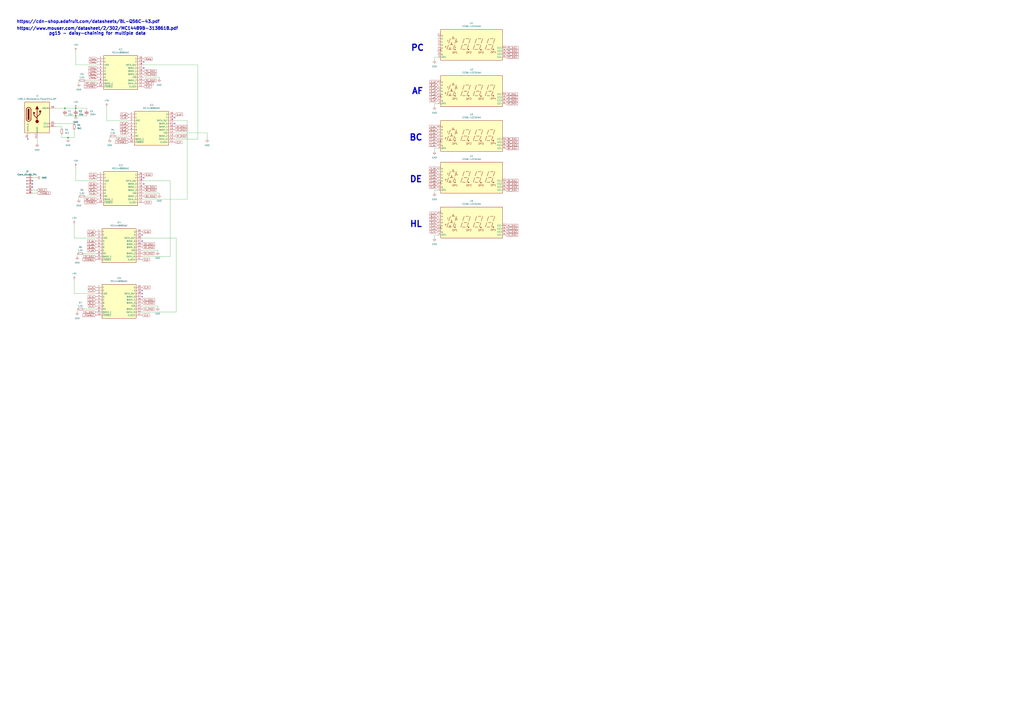
<source format=kicad_sch>
(kicad_sch (version 20231120) (generator "eeschema") (generator_version "8.0")
  (paper "A1")
  (lib_symbols
    (symbol "Connector:Conn_01x06_Pin" (pin_names (offset 1.016) hide)
      (property "Reference" "J" (at 0 7.62 0))
      (property "Value" "Conn_01x06_Pin" (at 0 -10.16 0))
      (symbol "Conn_01x06_Pin_1_1"
        (polyline (pts (xy 1.27 -7.62) (xy 0.8636 -7.62)) (stroke (width 0.1524)))
        (polyline (pts (xy 1.27 -5.08) (xy 0.8636 -5.08)) (stroke (width 0.1524)))
        (polyline (pts (xy 1.27 -2.54) (xy 0.8636 -2.54)) (stroke (width 0.1524)))
        (polyline (pts (xy 1.27 0) (xy 0.8636 0)) (stroke (width 0.1524)))
        (polyline (pts (xy 1.27 2.54) (xy 0.8636 2.54)) (stroke (width 0.1524)))
        (polyline (pts (xy 1.27 5.08) (xy 0.8636 5.08)) (stroke (width 0.1524)))
        (rectangle (start 0.8636 -7.493) (end 0 -7.747) (stroke (width 0.1524)) (fill (type outline)))
        (rectangle (start 0.8636 -4.953) (end 0 -5.207) (stroke (width 0.1524)) (fill (type outline)))
        (rectangle (start 0.8636 -2.413) (end 0 -2.667) (stroke (width 0.1524)) (fill (type outline)))
        (rectangle (start 0.8636 0.127) (end 0 -0.127) (stroke (width 0.1524)) (fill (type outline)))
        (rectangle (start 0.8636 2.667) (end 0 2.413) (stroke (width 0.1524)) (fill (type outline)))
        (rectangle (start 0.8636 5.207) (end 0 4.953) (stroke (width 0.1524)) (fill (type outline)))
        (pin passive line (at 5.08 5.08 180) (length 3.81) (name "Pin_1") (number "1"))
        (pin passive line (at 5.08 2.54 180) (length 3.81) (name "Pin_2") (number "2"))
        (pin passive line (at 5.08 0 180) (length 3.81) (name "Pin_3") (number "3"))
        (pin passive line (at 5.08 -2.54 180) (length 3.81) (name "Pin_4") (number "4"))
        (pin passive line (at 5.08 -5.08 180) (length 3.81) (name "Pin_5") (number "5"))
        (pin passive line (at 5.08 -7.62 180) (length 3.81) (name "Pin_6") (number "6"))
      )
    )
    (symbol "Connector:USB_C_Receptacle_PowerOnly_6P" (pin_names (offset 1.016))
      (property "Reference" "J" (at 0 16.51 0))
      (property "Value" "USB_C_Receptacle_PowerOnly_6P" (at 0 13.97 0))
      (symbol "USB_C_Receptacle_PowerOnly_6P_0_0"
        (rectangle (start -0.254 -12.7) (end 0.254 -11.684))
        (rectangle (start 10.16 -7.366) (end 9.144 -7.874))
        (rectangle (start 10.16 -4.826) (end 9.144 -5.334))
        (rectangle (start 10.16 7.874) (end 9.144 7.366))
      )
      (symbol "USB_C_Receptacle_PowerOnly_6P_0_1"
        (rectangle (start -10.16 12.7) (end 10.16 -12.7) (stroke (width 0.254)) (fill (type background)))
        (arc (start -8.89 -1.27) (mid -6.985 -3.1667) (end -5.08 -1.27) (stroke (width 0.508)))
        (arc (start -7.62 -1.27) (mid -6.985 -1.9023) (end -6.35 -1.27) (stroke (width 0.254)))
        (arc (start -7.62 -1.27) (mid -6.985 -1.9023) (end -6.35 -1.27) (stroke (width 0.254)) (fill (type outline)))
        (rectangle (start -7.62 -1.27) (end -6.35 6.35) (stroke (width 0.254)) (fill (type outline)))
        (arc (start -6.35 6.35) (mid -6.985 6.9823) (end -7.62 6.35) (stroke (width 0.254)))
        (arc (start -6.35 6.35) (mid -6.985 6.9823) (end -7.62 6.35) (stroke (width 0.254)) (fill (type outline)))
        (arc (start -5.08 6.35) (mid -6.985 8.2467) (end -8.89 6.35) (stroke (width 0.508)))
        (circle (center -2.54 3.683) (radius 0.635) (stroke (width 0.254)) (fill (type outline)))
        (circle (center 0 -3.302) (radius 1.27) (fill (type outline)))
        (polyline (pts (xy -8.89 -1.27) (xy -8.89 6.35)) (stroke (width 0.508)))
        (polyline (pts (xy -5.08 6.35) (xy -5.08 -1.27)) (stroke (width 0.508)))
        (polyline (pts (xy 0 -3.302) (xy 0 6.858)) (stroke (width 0.508)))
        (polyline (pts (xy 0 -0.762) (xy -2.54 1.778) (xy -2.54 3.048)) (stroke (width 0.508)))
        (polyline (pts (xy 0 0.508) (xy 2.54 3.048) (xy 2.54 4.318)) (stroke (width 0.508)))
        (polyline (pts (xy -1.27 6.858) (xy 0 9.398) (xy 1.27 6.858) (xy -1.27 6.858)) (stroke (width 0.254)) (fill (type outline)))
        (rectangle (start 1.905 4.318) (end 3.175 5.588) (stroke (width 0.254)) (fill (type outline)))
      )
      (symbol "USB_C_Receptacle_PowerOnly_6P_1_1"
        (pin passive line (at 0 -17.78 90) (length 5.08) (name "GND") (number "A12"))
        (pin bidirectional line (at 15.24 -5.08 180) (length 5.08) (name "CC1") (number "A5"))
        (pin passive line (at 15.24 7.62 180) (length 5.08) (name "VBUS") (number "A9"))
        (pin passive line (at 0 -17.78 90) (length 5.08) hide (name "GND") (number "B12"))
        (pin bidirectional line (at 15.24 -7.62 180) (length 5.08) (name "CC2") (number "B5"))
        (pin passive line (at 15.24 7.62 180) (length 5.08) hide (name "VBUS") (number "B9"))
        (pin passive line (at -7.62 -17.78 90) (length 5.08) (name "SHIELD") (number "S1"))
      )
    )
    (symbol "Device:C_Small" (pin_numbers hide) (pin_names (offset 0.254) hide)
      (property "Reference" "C" (at 0.254 1.778 0))
      (property "Value" "C_Small" (at 0.254 -2.032 0))
      (symbol "C_Small_0_1"
        (polyline (pts (xy -1.524 -0.508) (xy 1.524 -0.508)) (stroke (width 0.3302)))
        (polyline (pts (xy -1.524 0.508) (xy 1.524 0.508)) (stroke (width 0.3048)))
      )
      (symbol "C_Small_1_1"
        (pin passive line (at 0 2.54 270) (length 2.032) (name "~") (number "1"))
        (pin passive line (at 0 -2.54 90) (length 2.032) (name "~") (number "2"))
      )
    )
    (symbol "Device:R_Small" (pin_numbers hide) (pin_names (offset 0.254) hide)
      (property "Reference" "R" (at 0.762 0.508 0))
      (property "Value" "R_Small" (at 0.762 -1.016 0))
      (symbol "R_Small_0_1"
        (rectangle (start -0.762 1.778) (end 0.762 -1.778) (stroke (width 0.2032)))
      )
      (symbol "R_Small_1_1"
        (pin passive line (at 0 2.54 270) (length 0.762) (name "~") (number "1"))
        (pin passive line (at 0 -2.54 90) (length 0.762) (name "~") (number "2"))
      )
    )
    (symbol "Display_Character:CC56-12CGKWA"
      (property "Reference" "U" (at -24.13 13.97 0))
      (property "Value" "CC56-12CGKWA" (at 17.78 13.97 0))
      (symbol "CC56-12CGKWA_0_0"
        (rectangle (start -25.4 12.7) (end 25.4 -12.7) (stroke (width 0.254)) (fill (type background)))
        (polyline (pts (xy -20.32 -3.81) (xy -19.05 0)) (stroke (width 0.254)))
        (polyline (pts (xy -19.05 -3.81) (xy -16.51 -3.81)) (stroke (width 0.254)))
        (polyline (pts (xy -18.796 1.27) (xy -17.526 5.08)) (stroke (width 0.254)))
        (polyline (pts (xy -17.78 0) (xy -15.24 0)) (stroke (width 0.254)))
        (polyline (pts (xy -16.256 5.08) (xy -13.716 5.08)) (stroke (width 0.254)))
        (polyline (pts (xy -15.24 -3.81) (xy -13.97 0)) (stroke (width 0.254)))
        (polyline (pts (xy -13.716 1.27) (xy -12.446 5.08)) (stroke (width 0.254)))
        (polyline (pts (xy -8.89 -3.81) (xy -7.62 0)) (stroke (width 0.254)))
        (polyline (pts (xy -7.62 -3.81) (xy -5.08 -3.81)) (stroke (width 0.254)))
        (polyline (pts (xy -7.366 1.27) (xy -6.096 5.08)) (stroke (width 0.254)))
        (polyline (pts (xy -6.35 0) (xy -3.81 0)) (stroke (width 0.254)))
        (polyline (pts (xy -4.826 5.08) (xy -2.286 5.08)) (stroke (width 0.254)))
        (polyline (pts (xy -3.81 -3.81) (xy -2.54 0)) (stroke (width 0.254)))
        (polyline (pts (xy -2.286 1.27) (xy -1.016 5.08)) (stroke (width 0.254)))
        (polyline (pts (xy 1.27 -3.81) (xy 2.54 0)) (stroke (width 0.254)))
        (polyline (pts (xy 2.54 -3.81) (xy 5.08 -3.81)) (stroke (width 0.254)))
        (polyline (pts (xy 2.794 1.27) (xy 4.064 5.08)) (stroke (width 0.254)))
        (polyline (pts (xy 3.81 0) (xy 6.35 0)) (stroke (width 0.254)))
        (polyline (pts (xy 5.334 5.08) (xy 7.874 5.08)) (stroke (width 0.254)))
        (polyline (pts (xy 6.35 -3.81) (xy 7.62 0)) (stroke (width 0.254)))
        (polyline (pts (xy 7.874 1.27) (xy 9.144 5.08)) (stroke (width 0.254)))
        (polyline (pts (xy 11.176 -3.81) (xy 12.446 0)) (stroke (width 0.254)))
        (polyline (pts (xy 12.446 -3.81) (xy 14.986 -3.81)) (stroke (width 0.254)))
        (polyline (pts (xy 12.7 1.27) (xy 13.97 5.08)) (stroke (width 0.254)))
        (polyline (pts (xy 13.716 0) (xy 16.256 0)) (stroke (width 0.254)))
        (polyline (pts (xy 15.24 5.08) (xy 17.78 5.08)) (stroke (width 0.254)))
        (polyline (pts (xy 16.256 -3.81) (xy 17.526 0)) (stroke (width 0.254)))
        (polyline (pts (xy 17.78 1.27) (xy 19.05 5.08)) (stroke (width 0.254)))
        (text "a" (at -15.24 6.35 0) (effects (font (size 1.524 1.524))))
        (text "b" (at -12.192 2.794 0) (effects (font (size 1.524 1.524))))
        (text "c" (at -13.208 -1.778 0) (effects (font (size 1.524 1.524))))
        (text "d" (at -17.78 -2.794 0) (effects (font (size 1.524 1.524))))
        (text "DP1" (at -13.716 -6.35 0) (effects (font (size 1.524 1.524))))
        (text "DP2" (at -2.286 -6.35 0) (effects (font (size 1.524 1.524))))
        (text "DP3" (at 7.62 -6.35 0) (effects (font (size 1.524 1.524))))
        (text "DP4" (at 17.78 -6.096 0) (effects (font (size 1.524 1.524))))
        (text "e" (at -21.336 -1.524 0) (effects (font (size 1.524 1.524))))
        (text "f" (at -19.558 3.048 0) (effects (font (size 1.524 1.524))))
        (text "g" (at -16.51 1.524 0) (effects (font (size 1.524 1.524))))
      )
      (symbol "CC56-12CGKWA_0_1"
        (circle (center -13.716 -3.81) (radius 0.3556) (stroke (width 0.254)) (fill (type outline)))
        (circle (center -2.54 -3.81) (radius 0.3556) (stroke (width 0.254)) (fill (type outline)))
      )
      (symbol "CC56-12CGKWA_1_0"
        (circle (center 7.62 -4.064) (radius 0.3556) (stroke (width 0.254)) (fill (type outline)))
        (circle (center 17.78 -3.81) (radius 0.3556) (stroke (width 0.254)) (fill (type outline)))
      )
      (symbol "CC56-12CGKWA_1_1"
        (pin input line (at -27.94 -2.54 0) (length 2.54) (name "e") (number "1"))
        (pin input line (at -27.94 -5.08 0) (length 2.54) (name "f") (number "10"))
        (pin input line (at -27.94 7.62 0) (length 2.54) (name "a") (number "11"))
        (pin input line (at 27.94 -2.54 180) (length 2.54) (name "CC1") (number "12"))
        (pin input line (at -27.94 0 0) (length 2.54) (name "d") (number "2"))
        (pin input line (at -27.94 -10.16 0) (length 2.54) (name "DPX") (number "3"))
        (pin input line (at -27.94 2.54 0) (length 2.54) (name "c") (number "4"))
        (pin input line (at -27.94 -7.62 0) (length 2.54) (name "g") (number "5"))
        (pin input line (at 27.94 -10.16 180) (length 2.54) (name "CC4") (number "6"))
        (pin input line (at -27.94 5.08 0) (length 2.54) (name "b") (number "7"))
        (pin input line (at 27.94 -7.62 180) (length 2.54) (name "CC3") (number "8"))
        (pin input line (at 27.94 -5.08 180) (length 2.54) (name "CC2") (number "9"))
      )
    )
    (symbol "MC14489BDWE:MC14489BDWE"
      (property "Reference" "IC" (at 34.29 7.62 0))
      (property "Value" "MC14489BDWE" (at 34.29 5.08 0))
      (symbol "MC14489BDWE_1_1"
        (rectangle (start 5.08 2.54) (end 33.02 -25.4) (stroke (width 0.254)) (fill (type background)))
        (pin passive line (at 0 0 0) (length 5.08) (name "F") (number "1"))
        (pin passive line (at 0 -22.86 0) (length 5.08) (name "~{ENABLE}") (number "10"))
        (pin passive line (at 38.1 -22.86 180) (length 5.08) (name "CLOCK") (number "11"))
        (pin passive line (at 38.1 -20.32 180) (length 5.08) (name "DATA_IN") (number "12"))
        (pin passive line (at 38.1 -17.78 180) (length 5.08) (name "BANK_2") (number "13"))
        (pin passive line (at 38.1 -15.24 180) (length 5.08) (name "VSS") (number "14"))
        (pin passive line (at 38.1 -12.7 180) (length 5.08) (name "BANK_3") (number "15"))
        (pin passive line (at 38.1 -10.16 180) (length 5.08) (name "BANK_4") (number "16"))
        (pin passive line (at 38.1 -7.62 180) (length 5.08) (name "BANK_5") (number "17"))
        (pin passive line (at 38.1 -5.08 180) (length 5.08) (name "DATA_OUT") (number "18"))
        (pin passive line (at 38.1 -2.54 180) (length 5.08) (name "H") (number "19"))
        (pin passive line (at 0 -2.54 0) (length 5.08) (name "E") (number "2"))
        (pin passive line (at 38.1 0 180) (length 5.08) (name "G") (number "20"))
        (pin passive line (at 0 -5.08 0) (length 5.08) (name "VDD") (number "3"))
        (pin passive line (at 0 -7.62 0) (length 5.08) (name "D") (number "4"))
        (pin passive line (at 0 -10.16 0) (length 5.08) (name "C") (number "5"))
        (pin passive line (at 0 -12.7 0) (length 5.08) (name "B") (number "6"))
        (pin passive line (at 0 -15.24 0) (length 5.08) (name "A") (number "7"))
        (pin passive line (at 0 -17.78 0) (length 5.08) (name "RX") (number "8"))
        (pin passive line (at 0 -20.32 0) (length 5.08) (name "BANK_1") (number "9"))
      )
    )
    (symbol "power:+5V" (power) (pin_numbers hide) (pin_names (offset 0) hide)
      (property "Value" "+5V" (at 0 3.556 0))
      (symbol "+5V_0_1"
        (polyline (pts (xy -0.762 1.27) (xy 0 2.54)))
        (polyline (pts (xy 0 0) (xy 0 2.54)))
        (polyline (pts (xy 0 2.54) (xy 0.762 1.27)))
      )
      (symbol "+5V_1_1"
        (pin power_in line (at 0 0 90) (length 0) (name "~") (number "1"))
      )
    )
    (symbol "power:GND" (power) (pin_numbers hide) (pin_names (offset 0) hide)
      (property "Value" "GND" (at 0 -3.81 0))
      (symbol "GND_0_1"
        (polyline (pts (xy 0 0) (xy 0 -1.27) (xy 1.27 -1.27) (xy 0 -2.54) (xy -1.27 -1.27) (xy 0 -1.27)))
      )
      (symbol "GND_1_1"
        (pin power_in line (at 0 0 270) (length 0) (name "~") (number "1"))
      )
    )
  )
  (junction (at 62.23 95.25))
  (junction (at 62.23 88.9))
  (junction (at 55.88 113.03))
  (junction (at 53.34 88.9))
  (no_connect (at 143.51 96.52))
  (no_connect (at 143.51 101.6))
  (no_connect (at 118.11 151.13))
  (no_connect (at 118.11 146.05))
  (no_connect (at 116.84 238.76))
  (no_connect (at 116.84 193.04))
  (no_connect (at 26.67 151.13))
  (no_connect (at 116.84 241.3))
  (no_connect (at 22.86 114.3))
  (no_connect (at 26.67 153.67))
  (no_connect (at 26.67 148.59))
  (no_connect (at 118.11 50.8))
  (no_connect (at 118.11 55.88))
  (no_connect (at 116.84 243.84))
  (no_connect (at 116.84 198.12))
  (wire (pts (xy 64.77 66.04) (xy 64.77 68.58)))
  (wire (pts (xy 129.54 205.74) (xy 129.54 207.01)))
  (wire (pts (xy 60.96 241.3) (xy 78.74 241.3)))
  (wire (pts (xy 356.87 195.58) (xy 356.87 193.04)))
  (wire (pts (xy 356.87 124.46) (xy 356.87 121.92)))
  (wire (pts (xy 87.63 99.06) (xy 105.41 99.06)))
  (wire (pts (xy 50.8 110.49) (xy 50.8 113.03)))
  (wire (pts (xy 139.7 210.82) (xy 116.84 210.82)))
  (wire (pts (xy 356.87 158.75) (xy 356.87 156.21)))
  (wire (pts (xy 130.81 158.75) (xy 130.81 160.02)))
  (wire (pts (xy 26.67 146.05) (xy 30.48 146.05)))
  (wire (pts (xy 64.77 161.29) (xy 64.77 163.83)))
  (wire (pts (xy 144.78 256.54) (xy 116.84 256.54)))
  (wire (pts (xy 26.67 158.75) (xy 30.48 158.75)))
  (wire (pts (xy 45.72 88.9) (xy 53.34 88.9)))
  (wire (pts (xy 129.54 251.46) (xy 129.54 252.73)))
  (wire (pts (xy 63.5 208.28) (xy 63.5 210.82)))
  (wire (pts (xy 62.23 95.25) (xy 71.12 95.25)))
  (wire (pts (xy 162.56 114.3) (xy 143.51 114.3)))
  (wire (pts (xy 116.84 205.74) (xy 129.54 205.74)))
  (wire (pts (xy 45.72 104.14) (xy 50.8 104.14)))
  (wire (pts (xy 356.87 46.99) (xy 359.41 46.99)))
  (wire (pts (xy 153.67 99.06) (xy 153.67 163.83)))
  (wire (pts (xy 356.87 49.53) (xy 356.87 46.99)))
  (wire (pts (xy 143.51 99.06) (xy 153.67 99.06)))
  (wire (pts (xy 50.8 104.14) (xy 50.8 105.41)))
  (wire (pts (xy 60.96 195.58) (xy 78.74 195.58)))
  (wire (pts (xy 356.87 121.92) (xy 359.41 121.92)))
  (wire (pts (xy 69.85 66.04) (xy 80.01 66.04)))
  (wire (pts (xy 116.84 251.46) (xy 129.54 251.46)))
  (wire (pts (xy 118.11 63.5) (xy 130.81 63.5)))
  (wire (pts (xy 62.23 88.9) (xy 71.12 88.9)))
  (wire (pts (xy 116.84 195.58) (xy 144.78 195.58)))
  (wire (pts (xy 68.58 208.28) (xy 78.74 208.28)))
  (wire (pts (xy 45.72 101.6) (xy 60.96 101.6)))
  (wire (pts (xy 53.34 88.9) (xy 62.23 88.9)))
  (wire (pts (xy 153.67 163.83) (xy 118.11 163.83)))
  (wire (pts (xy 55.88 113.03) (xy 55.88 114.3)))
  (wire (pts (xy 170.18 109.22) (xy 170.18 114.3)))
  (wire (pts (xy 60.96 229.87) (xy 60.96 241.3)))
  (wire (pts (xy 62.23 148.59) (xy 80.01 148.59)))
  (wire (pts (xy 50.8 113.03) (xy 55.88 113.03)))
  (wire (pts (xy 55.88 113.03) (xy 60.96 113.03)))
  (wire (pts (xy 62.23 41.91) (xy 62.23 53.34)))
  (wire (pts (xy 118.11 158.75) (xy 130.81 158.75)))
  (wire (pts (xy 30.48 114.3) (xy 30.48 118.11)))
  (wire (pts (xy 53.34 88.9) (xy 53.34 90.17)))
  (wire (pts (xy 356.87 156.21) (xy 359.41 156.21)))
  (wire (pts (xy 62.23 53.34) (xy 80.01 53.34)))
  (wire (pts (xy 71.12 88.9) (xy 71.12 90.17)))
  (wire (pts (xy 68.58 254) (xy 78.74 254)))
  (wire (pts (xy 60.96 106.68) (xy 60.96 113.03)))
  (wire (pts (xy 143.51 109.22) (xy 170.18 109.22)))
  (wire (pts (xy 139.7 148.59) (xy 139.7 210.82)))
  (wire (pts (xy 118.11 53.34) (xy 162.56 53.34)))
  (wire (pts (xy 356.87 193.04) (xy 359.41 193.04)))
  (wire (pts (xy 87.63 87.63) (xy 87.63 99.06)))
  (wire (pts (xy 69.85 161.29) (xy 80.01 161.29)))
  (wire (pts (xy 60.96 184.15) (xy 60.96 195.58)))
  (wire (pts (xy 95.25 111.76) (xy 105.41 111.76)))
  (wire (pts (xy 62.23 88.9) (xy 62.23 90.17)))
  (wire (pts (xy 356.87 85.09) (xy 359.41 85.09)))
  (wire (pts (xy 144.78 195.58) (xy 144.78 256.54)))
  (wire (pts (xy 356.87 87.63) (xy 356.87 85.09)))
  (wire (pts (xy 118.11 148.59) (xy 139.7 148.59)))
  (wire (pts (xy 62.23 137.16) (xy 62.23 148.59)))
  (wire (pts (xy 130.81 63.5) (xy 130.81 64.77)))
  (wire (pts (xy 90.17 111.76) (xy 90.17 114.3)))
  (wire (pts (xy 162.56 53.34) (xy 162.56 114.3)))
  (wire (pts (xy 63.5 254) (xy 63.5 256.54)))
  (wire (pts (xy 53.34 95.25) (xy 62.23 95.25)))
  (wire (pts (xy 26.67 156.21) (xy 30.48 156.21)))
  (text "https://www.mouser.com/datasheet/2/302/MC14489B-3138618.pdf\npg15 - daisy-chaining for multiple data" (at 80.01 25.4 0) (effects (font (size 2.5 2.5) (bold yes))))
  (text "HL" (at 341.63 184.15 0) (effects (font (size 5 5) (thickness 1) (bold yes))))
  (text "PC\n" (at 342.9 39.37 0) (effects (font (size 5 5) (thickness 1) (bold yes))))
  (text "DE" (at 341.63 147.32 0) (effects (font (size 5 5) (thickness 1) (bold yes))))
  (text "AF\n" (at 342.9 74.93 0) (effects (font (size 5 5) (thickness 1) (bold yes))))
  (text "BC" (at 341.63 113.03 0) (effects (font (size 5 5) (thickness 1) (bold yes))))
  (text "https://cdn-shop.adafruit.com/datasheets/BL-Q56C-43.pdf" (at 72.39 17.78 0) (effects (font (size 2.5 2.5) (thickness 0.5) (bold yes))))
  (global_label "HL_DIG3" (shape input) (at 415.29 190.5 0) (property "Intersheetrefs" "${INTERSHEET_REFS}" (effects (hide yes))))
  (global_label "G_hl" (shape input) (at 116.84 236.22 0) (property "Intersheetrefs" "${INTERSHEET_REFS}" (effects (hide yes))))
  (global_label "Cseg" (shape input) (at 80.01 58.42 180) (property "Intersheetrefs" "${INTERSHEET_REFS}" (effects (hide yes))))
  (global_label "DIN_1" (shape input) (at 118.11 68.58 0) (property "Intersheetrefs" "${INTERSHEET_REFS}" (effects (hide yes))))
  (global_label "F_hl" (shape input) (at 359.41 187.96 180) (property "Intersheetrefs" "${INTERSHEET_REFS}" (effects (hide yes))))
  (global_label "D_hl" (shape input) (at 359.41 182.88 180) (property "Intersheetrefs" "${INTERSHEET_REFS}" (effects (hide yes))))
  (global_label "A_hl" (shape input) (at 78.74 251.46 180) (property "Intersheetrefs" "${INTERSHEET_REFS}" (effects (hide yes))))
  (global_label "E_bc" (shape input) (at 80.01 146.05 180) (property "Intersheetrefs" "${INTERSHEET_REFS}" (effects (hide yes))))
  (global_label "HL_DIG2" (shape input) (at 116.84 254 0) (property "Intersheetrefs" "${INTERSHEET_REFS}" (effects (hide yes))))
  (global_label "G_de" (shape input) (at 359.41 153.67 180) (property "Intersheetrefs" "${INTERSHEET_REFS}" (effects (hide yes))))
  (global_label "DE_DIG2" (shape input) (at 116.84 208.28 0) (property "Intersheetrefs" "${INTERSHEET_REFS}" (effects (hide yes))))
  (global_label "DIN_1" (shape input) (at 30.48 156.21 0) (property "Intersheetrefs" "${INTERSHEET_REFS}" (effects (hide yes))))
  (global_label "C_bc" (shape input) (at 80.01 153.67 180) (property "Intersheetrefs" "${INTERSHEET_REFS}" (effects (hide yes))))
  (global_label "E_hl" (shape input) (at 359.41 185.42 180) (property "Intersheetrefs" "${INTERSHEET_REFS}" (effects (hide yes))))
  (global_label "PC_DIG2" (shape input) (at 415.29 41.91 0) (property "Intersheetrefs" "${INTERSHEET_REFS}" (effects (hide yes))))
  (global_label "C_bc" (shape input) (at 359.41 109.22 180) (property "Intersheetrefs" "${INTERSHEET_REFS}" (effects (hide yes))))
  (global_label "DE_DIG3" (shape input) (at 415.29 153.67 0) (property "Intersheetrefs" "${INTERSHEET_REFS}" (effects (hide yes))))
  (global_label "HL_DIG1" (shape input) (at 415.29 185.42 0) (property "Intersheetrefs" "${INTERSHEET_REFS}" (effects (hide yes))))
  (global_label "D_de" (shape input) (at 359.41 146.05 180) (property "Intersheetrefs" "${INTERSHEET_REFS}" (effects (hide yes))))
  (global_label "D_hl" (shape input) (at 78.74 243.84 180) (property "Intersheetrefs" "${INTERSHEET_REFS}" (effects (hide yes))))
  (global_label "F_bc" (shape input) (at 80.01 143.51 180) (property "Intersheetrefs" "${INTERSHEET_REFS}" (effects (hide yes))))
  (global_label "PC_DIG2" (shape input) (at 118.11 66.04 0) (property "Intersheetrefs" "${INTERSHEET_REFS}" (effects (hide yes))))
  (global_label "B_de" (shape input) (at 359.41 140.97 180) (property "Intersheetrefs" "${INTERSHEET_REFS}" (effects (hide yes))))
  (global_label "F_hl" (shape input) (at 78.74 236.22 180) (property "Intersheetrefs" "${INTERSHEET_REFS}" (effects (hide yes))))
  (global_label "G_af" (shape input) (at 143.51 93.98 0) (property "Intersheetrefs" "${INTERSHEET_REFS}" (effects (hide yes))))
  (global_label "D_bc" (shape input) (at 359.41 111.76 180) (property "Intersheetrefs" "${INTERSHEET_REFS}" (effects (hide yes))))
  (global_label "HL_DIG3" (shape input) (at 116.84 248.92 0) (property "Intersheetrefs" "${INTERSHEET_REFS}" (effects (hide yes))))
  (global_label "F_af" (shape input) (at 105.41 93.98 180) (property "Intersheetrefs" "${INTERSHEET_REFS}" (effects (hide yes))))
  (global_label "G_hl" (shape input) (at 359.41 190.5 180) (property "Intersheetrefs" "${INTERSHEET_REFS}" (effects (hide yes))))
  (global_label "HL_DIG1" (shape input) (at 78.74 256.54 180) (property "Intersheetrefs" "${INTERSHEET_REFS}" (effects (hide yes))))
  (global_label "C_de" (shape input) (at 78.74 200.66 180) (property "Intersheetrefs" "${INTERSHEET_REFS}" (effects (hide yes))))
  (global_label "DE_DIG4" (shape input) (at 415.29 156.21 0) (property "Intersheetrefs" "${INTERSHEET_REFS}" (effects (hide yes))))
  (global_label "A_bc" (shape input) (at 359.41 104.14 180) (property "Intersheetrefs" "${INTERSHEET_REFS}" (effects (hide yes))))
  (global_label "CLK" (shape input) (at 118.11 71.12 0) (property "Intersheetrefs" "${INTERSHEET_REFS}" (effects (hide yes))))
  (global_label "DE_DIG4" (shape input) (at 116.84 200.66 0) (property "Intersheetrefs" "${INTERSHEET_REFS}" (effects (hide yes))))
  (global_label "AF_DIG1" (shape input) (at 105.41 114.3 180) (property "Intersheetrefs" "${INTERSHEET_REFS}" (effects (hide yes))))
  (global_label "DE_DIG1" (shape input) (at 78.74 210.82 180) (property "Intersheetrefs" "${INTERSHEET_REFS}" (effects (hide yes))))
  (global_label "A_de" (shape input) (at 359.41 138.43 180) (property "Intersheetrefs" "${INTERSHEET_REFS}" (effects (hide yes))))
  (global_label "G_de" (shape input) (at 116.84 190.5 0) (property "Intersheetrefs" "${INTERSHEET_REFS}" (effects (hide yes))))
  (global_label "HL_DIG2" (shape input) (at 415.29 187.96 0) (property "Intersheetrefs" "${INTERSHEET_REFS}" (effects (hide yes))))
  (global_label "A_bc" (shape input) (at 80.01 158.75 180) (property "Intersheetrefs" "${INTERSHEET_REFS}" (effects (hide yes))))
  (global_label "F_af" (shape input) (at 359.41 80.01 180) (property "Intersheetrefs" "${INTERSHEET_REFS}" (effects (hide yes))))
  (global_label "C_hl" (shape input) (at 78.74 246.38 180) (property "Intersheetrefs" "${INTERSHEET_REFS}" (effects (hide yes))))
  (global_label "HL_DIG4" (shape input) (at 415.29 193.04 0) (property "Intersheetrefs" "${INTERSHEET_REFS}" (effects (hide yes))))
  (global_label "DE_DIG3" (shape input) (at 116.84 203.2 0) (property "Intersheetrefs" "${INTERSHEET_REFS}" (effects (hide yes))))
  (global_label "PC_DIG3" (shape input) (at 415.29 44.45 0) (property "Intersheetrefs" "${INTERSHEET_REFS}" (effects (hide yes))))
  (global_label "HL_DIG4" (shape input) (at 116.84 246.38 0) (property "Intersheetrefs" "${INTERSHEET_REFS}" (effects (hide yes))))
  (global_label "AF_DIG4" (shape input) (at 415.29 85.09 0) (property "Intersheetrefs" "${INTERSHEET_REFS}" (effects (hide yes))))
  (global_label "CLK" (shape input) (at 116.84 213.36 0) (property "Intersheetrefs" "${INTERSHEET_REFS}" (effects (hide yes))))
  (global_label "Bseg" (shape input) (at 80.01 60.96 180) (property "Intersheetrefs" "${INTERSHEET_REFS}" (effects (hide yes))))
  (global_label "AF_DIG2" (shape input) (at 415.29 80.01 0) (property "Intersheetrefs" "${INTERSHEET_REFS}" (effects (hide yes))))
  (global_label "CLK" (shape input) (at 118.11 166.37 0) (property "Intersheetrefs" "${INTERSHEET_REFS}" (effects (hide yes))))
  (global_label "AF_DIG4" (shape input) (at 143.51 104.14 0) (property "Intersheetrefs" "${INTERSHEET_REFS}" (effects (hide yes))))
  (global_label "{slash}ENABLE" (shape input) (at 105.41 116.84 180) (property "Intersheetrefs" "${INTERSHEET_REFS}" (effects (hide yes))))
  (global_label "F_de" (shape input) (at 359.41 151.13 180) (property "Intersheetrefs" "${INTERSHEET_REFS}" (effects (hide yes))))
  (global_label "DE_DIG1" (shape input) (at 415.29 148.59 0) (property "Intersheetrefs" "${INTERSHEET_REFS}" (effects (hide yes))))
  (global_label "E_af" (shape input) (at 359.41 77.47 180) (property "Intersheetrefs" "${INTERSHEET_REFS}" (effects (hide yes))))
  (global_label "B_af" (shape input) (at 105.41 106.68 180) (property "Intersheetrefs" "${INTERSHEET_REFS}" (effects (hide yes))))
  (global_label "Fseg" (shape input) (at 80.01 48.26 180) (property "Intersheetrefs" "${INTERSHEET_REFS}" (effects (hide yes))))
  (global_label "{slash}ENABLE" (shape input) (at 78.74 259.08 180) (property "Intersheetrefs" "${INTERSHEET_REFS}" (effects (hide yes))))
  (global_label "C_af" (shape input) (at 359.41 72.39 180) (property "Intersheetrefs" "${INTERSHEET_REFS}" (effects (hide yes))))
  (global_label "C_af" (shape input) (at 105.41 104.14 180) (property "Intersheetrefs" "${INTERSHEET_REFS}" (effects (hide yes))))
  (global_label "PC_DIG4" (shape input) (at 415.29 46.99 0) (property "Intersheetrefs" "${INTERSHEET_REFS}" (effects (hide yes))))
  (global_label "A_hl" (shape input) (at 359.41 175.26 180) (property "Intersheetrefs" "${INTERSHEET_REFS}" (effects (hide yes))))
  (global_label "CLK" (shape input) (at 116.84 259.08 0) (property "Intersheetrefs" "${INTERSHEET_REFS}" (effects (hide yes))))
  (global_label "Aseg" (shape input) (at 80.01 63.5 180) (property "Intersheetrefs" "${INTERSHEET_REFS}" (effects (hide yes))))
  (global_label "E_de" (shape input) (at 78.74 193.04 180) (property "Intersheetrefs" "${INTERSHEET_REFS}" (effects (hide yes))))
  (global_label "BC_DIG2" (shape input) (at 415.29 116.84 0) (property "Intersheetrefs" "${INTERSHEET_REFS}" (effects (hide yes))))
  (global_label "A_af" (shape input) (at 359.41 67.31 180) (property "Intersheetrefs" "${INTERSHEET_REFS}" (effects (hide yes))))
  (global_label "A_af" (shape input) (at 105.41 109.22 180) (property "Intersheetrefs" "${INTERSHEET_REFS}" (effects (hide yes))))
  (global_label "B_hl" (shape input) (at 359.41 177.8 180) (property "Intersheetrefs" "${INTERSHEET_REFS}" (effects (hide yes))))
  (global_label "Dseg" (shape input) (at 80.01 55.88 180) (property "Intersheetrefs" "${INTERSHEET_REFS}" (effects (hide yes))))
  (global_label "D_de" (shape input) (at 78.74 198.12 180) (property "Intersheetrefs" "${INTERSHEET_REFS}" (effects (hide yes))))
  (global_label "BC_DIG1" (shape input) (at 415.29 114.3 0) (property "Intersheetrefs" "${INTERSHEET_REFS}" (effects (hide yes))))
  (global_label "DE_DIG2" (shape input) (at 415.29 151.13 0) (property "Intersheetrefs" "${INTERSHEET_REFS}" (effects (hide yes))))
  (global_label "E_af" (shape input) (at 105.41 96.52 180) (property "Intersheetrefs" "${INTERSHEET_REFS}" (effects (hide yes))))
  (global_label "BC_DIG4" (shape input) (at 415.29 121.92 0) (property "Intersheetrefs" "${INTERSHEET_REFS}" (effects (hide yes))))
  (global_label "A_de" (shape input) (at 78.74 205.74 180) (property "Intersheetrefs" "${INTERSHEET_REFS}" (effects (hide yes))))
  (global_label "G_af" (shape input) (at 359.41 82.55 180) (property "Intersheetrefs" "${INTERSHEET_REFS}" (effects (hide yes))))
  (global_label "BC_DIG2" (shape input) (at 118.11 161.29 0) (property "Intersheetrefs" "${INTERSHEET_REFS}" (effects (hide yes))))
  (global_label "{slash}ENABLE" (shape input) (at 78.74 213.36 180) (property "Intersheetrefs" "${INTERSHEET_REFS}" (effects (hide yes))))
  (global_label "AF_DIG2" (shape input) (at 143.51 111.76 0) (property "Intersheetrefs" "${INTERSHEET_REFS}" (effects (hide yes))))
  (global_label "{slash}ENABLE" (shape input) (at 80.01 71.12 180) (property "Intersheetrefs" "${INTERSHEET_REFS}" (effects (hide yes))))
  (global_label "AF_DIG3" (shape input) (at 143.51 106.68 0) (property "Intersheetrefs" "${INTERSHEET_REFS}" (effects (hide yes))))
  (global_label "PC_DIG4" (shape input) (at 118.11 58.42 0) (property "Intersheetrefs" "${INTERSHEET_REFS}" (effects (hide yes))))
  (global_label "G_bc" (shape input) (at 118.11 143.51 0) (property "Intersheetrefs" "${INTERSHEET_REFS}" (effects (hide yes))))
  (global_label "BC_DIG3" (shape input) (at 415.29 119.38 0) (property "Intersheetrefs" "${INTERSHEET_REFS}" (effects (hide yes))))
  (global_label "AF_DIG1" (shape input) (at 415.29 77.47 0) (property "Intersheetrefs" "${INTERSHEET_REFS}" (effects (hide yes))))
  (global_label "F_de" (shape input) (at 78.74 190.5 180) (property "Intersheetrefs" "${INTERSHEET_REFS}" (effects (hide yes))))
  (global_label "BC_DIG4" (shape input) (at 118.11 153.67 0) (property "Intersheetrefs" "${INTERSHEET_REFS}" (effects (hide yes))))
  (global_label "C_hl" (shape input) (at 359.41 180.34 180) (property "Intersheetrefs" "${INTERSHEET_REFS}" (effects (hide yes))))
  (global_label "E_hl" (shape input) (at 78.74 238.76 180) (property "Intersheetrefs" "${INTERSHEET_REFS}" (effects (hide yes))))
  (global_label "G_bc" (shape input) (at 359.41 119.38 180) (property "Intersheetrefs" "${INTERSHEET_REFS}" (effects (hide yes))))
  (global_label "B_bc" (shape input) (at 359.41 106.68 180) (property "Intersheetrefs" "${INTERSHEET_REFS}" (effects (hide yes))))
  (global_label "{slash}ENABLE" (shape input) (at 30.48 158.75 0) (property "Intersheetrefs" "${INTERSHEET_REFS}" (effects (hide yes))))
  (global_label "PC_DIG3" (shape input) (at 118.11 60.96 0) (property "Intersheetrefs" "${INTERSHEET_REFS}" (effects (hide yes))))
  (global_label "BC_DIG3" (shape input) (at 118.11 156.21 0) (property "Intersheetrefs" "${INTERSHEET_REFS}" (effects (hide yes))))
  (global_label "CLK" (shape input) (at 143.51 116.84 0) (property "Intersheetrefs" "${INTERSHEET_REFS}" (effects (hide yes))))
  (global_label "D_af" (shape input) (at 359.41 74.93 180) (property "Intersheetrefs" "${INTERSHEET_REFS}" (effects (hide yes))))
  (global_label "C_de" (shape input) (at 359.41 143.51 180) (property "Intersheetrefs" "${INTERSHEET_REFS}" (effects (hide yes))))
  (global_label "D_af" (shape input) (at 105.41 101.6 180) (property "Intersheetrefs" "${INTERSHEET_REFS}" (effects (hide yes))))
  (global_label "Eseg" (shape input) (at 80.01 50.8 180) (property "Intersheetrefs" "${INTERSHEET_REFS}" (effects (hide yes))))
  (global_label "BC_DIG1" (shape input) (at 80.01 163.83 180) (property "Intersheetrefs" "${INTERSHEET_REFS}" (effects (hide yes))))
  (global_label "PC_DIG1" (shape input) (at 80.01 68.58 180) (property "Intersheetrefs" "${INTERSHEET_REFS}" (effects (hide yes))))
  (global_label "B_hl" (shape input) (at 78.74 248.92 180) (property "Intersheetrefs" "${INTERSHEET_REFS}" (effects (hide yes))))
  (global_label "Gseg" (shape input) (at 118.11 48.26 0) (property "Intersheetrefs" "${INTERSHEET_REFS}" (effects (hide yes))))
  (global_label "{slash}ENABLE" (shape input) (at 80.01 166.37 180) (property "Intersheetrefs" "${INTERSHEET_REFS}" (effects (hide yes))))
  (global_label "B_af" (shape input) (at 359.41 69.85 180) (property "Intersheetrefs" "${INTERSHEET_REFS}" (effects (hide yes))))
  (global_label "D_bc" (shape input) (at 80.01 151.13 180) (property "Intersheetrefs" "${INTERSHEET_REFS}" (effects (hide yes))))
  (global_label "E_de" (shape input) (at 359.41 148.59 180) (property "Intersheetrefs" "${INTERSHEET_REFS}" (effects (hide yes))))
  (global_label "PC_DIG1" (shape input) (at 415.29 39.37 0) (property "Intersheetrefs" "${INTERSHEET_REFS}" (effects (hide yes))))
  (global_label "AF_DIG3" (shape input) (at 415.29 82.55 0) (property "Intersheetrefs" "${INTERSHEET_REFS}" (effects (hide yes))))
  (global_label "B_de" (shape input) (at 78.74 203.2 180) (property "Intersheetrefs" "${INTERSHEET_REFS}" (effects (hide yes))))
  (global_label "E_bc" (shape input) (at 359.41 114.3 180) (property "Intersheetrefs" "${INTERSHEET_REFS}" (effects (hide yes))))
  (global_label "F_bc" (shape input) (at 359.41 116.84 180) (property "Intersheetrefs" "${INTERSHEET_REFS}" (effects (hide yes))))
  (global_label "B_bc" (shape input) (at 80.01 156.21 180) (property "Intersheetrefs" "${INTERSHEET_REFS}" (effects (hide yes))))
  (symbol (lib_id "Connector:USB_C_Receptacle_PowerOnly_6P") (at 30.48 96.52 0) (unit 1)
    (property "Reference" "J1" (at 30.48 78.74 0))
    (property "Value" "USB_C_Receptacle_PowerOnly_6P" (at 30.48 81.28 0))
    (property "Footprint" "Connector_USB:USB_C_Receptacle_GCT_USB4110" (effects (hide yes)))
    (property "Datasheet" "https://www.usb.org/sites/default/files/documents/usb_type-c.zip" (effects (hide yes)))
    (property "Description" "USB Power-Only 6P Type-C Receptacle connector" (effects (hide yes)))
  )
  (symbol (lib_id "MC14489BDWE:MC14489BDWE") (at 78.74 190.5 0) (unit 1)
    (property "Reference" "IC4" (at 97.79 182.88 0))
    (property "Value" "MC14489BDWE" (at 97.79 185.42 0))
    (property "Footprint" "parts:SOIC127P1030X265-20N" (effects (hide yes)))
    (property "Datasheet" "http://www.nxp.com/docs/en/data-sheet/MC14489B.pdf" (effects (hide yes)))
    (property "Description" "Multicharacter LED Display/Lamp Driver" (effects (hide yes)))
    (property "Height" "2.65" (effects (hide yes)))
    (property "Mouser Part Number" "841-MC14489BDWE" (effects (hide yes)))
    (property "Mouser Price/Stock" "https://www.mouser.co.uk/ProductDetail/NXP-Semiconductors/MC14489BDWE?qs=WDHotrS7dLaSGCOIvYF7tQ%3D%3D" (effects (hide yes)))
    (property "Manufacturer_Name" "NXP" (effects (hide yes)))
    (property "Manufacturer_Part_Number" "MC14489BDWE" (effects (hide yes)))
  )
  (symbol (lib_id "power:+5V") (at 62.23 88.9 0) (unit 1)
    (property "Reference" "#PWR04" (effects (hide yes)))
    (property "Value" "+5V" (at 62.23 83.82 0))
    (property "Description" "Power symbol creates a global label with name \"+5V\"" (effects (hide yes)))
  )
  (symbol (lib_id "power:GND") (at 62.23 95.25 0) (unit 1)
    (property "Reference" "#PWR03" (effects (hide yes)))
    (property "Value" "GND" (at 62.23 100.33 0))
    (property "Description" "Power symbol creates a global label with name \"GND\" , ground" (effects (hide yes)))
  )
  (symbol (lib_id "Device:R_Small") (at 92.71 111.76 90) (unit 1)
    (property "Reference" "R4" (at 92.71 106.68 90))
    (property "Value" "1.5k" (at 92.71 109.22 90))
    (property "Footprint" "Resistor_SMD:R_1812_4532Metric_Pad1.30x3.40mm_HandSolder" (effects (hide yes)))
    (property "Description" "Resistor, small symbol" (effects (hide yes)))
  )
  (symbol (lib_id "power:GND") (at 356.87 158.75 0) (unit 1)
    (property "Reference" "#PWR011" (effects (hide yes)))
    (property "Value" "GND" (at 356.87 163.83 0))
    (property "Description" "Power symbol creates a global label with name \"GND\" , ground" (effects (hide yes)))
  )
  (symbol (lib_id "power:GND") (at 63.5 256.54 0) (unit 1)
    (property "Reference" "#PWR023" (effects (hide yes)))
    (property "Value" "GND" (at 63.5 261.62 0))
    (property "Description" "Power symbol creates a global label with name \"GND\" , ground" (effects (hide yes)))
  )
  (symbol (lib_id "Device:R_Small") (at 50.8 107.95 0) (unit 1)
    (property "Reference" "R2" (at 53.34 106.6799 0) (effects (justify left)))
    (property "Value" "5k1" (at 53.34 109.2199 0) (effects (justify left)))
    (property "Footprint" "Resistor_SMD:R_1812_4532Metric_Pad1.30x3.40mm_HandSolder" (effects (hide yes)))
    (property "Description" "Resistor, small symbol" (effects (hide yes)))
  )
  (symbol (lib_id "Device:R_Small") (at 66.04 254 90) (unit 1)
    (property "Reference" "R7" (at 66.04 248.92 90))
    (property "Value" "1.5k" (at 66.04 251.46 90))
    (property "Footprint" "Resistor_SMD:R_1812_4532Metric_Pad1.30x3.40mm_HandSolder" (effects (hide yes)))
    (property "Description" "Resistor, small symbol" (effects (hide yes)))
  )
  (symbol (lib_id "power:+5V") (at 62.23 137.16 0) (unit 1)
    (property "Reference" "#PWR016" (effects (hide yes)))
    (property "Value" "+5V" (at 62.23 132.08 0))
    (property "Description" "Power symbol creates a global label with name \"+5V\"" (effects (hide yes)))
  )
  (symbol (lib_id "Display_Character:CC56-12CGKWA") (at 387.35 111.76 0) (unit 1)
    (property "Reference" "U3" (at 387.35 93.98 0))
    (property "Value" "CC56-12CGKWA" (at 387.35 96.52 0))
    (property "Footprint" "Display_7Segment:CA56-12CGKWA" (effects (hide yes)))
    (property "Datasheet" "http://www.kingbright.com/attachments/file/psearch/000/00/00/CC56-12CGKWA(Ver.8A).pdf" (effects (hide yes)))
    (property "Description" "4 digit 7 segment green LED, common cathode" (effects (hide yes)))
  )
  (symbol (lib_id "MC14489BDWE:MC14489BDWE") (at 78.74 236.22 0) (unit 1)
    (property "Reference" "IC5" (at 97.79 228.6 0))
    (property "Value" "MC14489BDWE" (at 97.79 231.14 0))
    (property "Footprint" "parts:SOIC127P1030X265-20N" (effects (hide yes)))
    (property "Datasheet" "http://www.nxp.com/docs/en/data-sheet/MC14489B.pdf" (effects (hide yes)))
    (property "Description" "Multicharacter LED Display/Lamp Driver" (effects (hide yes)))
    (property "Height" "2.65" (effects (hide yes)))
    (property "Mouser Part Number" "841-MC14489BDWE" (effects (hide yes)))
    (property "Mouser Price/Stock" "https://www.mouser.co.uk/ProductDetail/NXP-Semiconductors/MC14489BDWE?qs=WDHotrS7dLaSGCOIvYF7tQ%3D%3D" (effects (hide yes)))
    (property "Manufacturer_Name" "NXP" (effects (hide yes)))
    (property "Manufacturer_Part_Number" "MC14489BDWE" (effects (hide yes)))
  )
  (symbol (lib_id "MC14489BDWE:MC14489BDWE") (at 80.01 48.26 0) (unit 1)
    (property "Reference" "IC1" (at 99.06 40.64 0))
    (property "Value" "MC14489BDWE" (at 99.06 43.18 0))
    (property "Footprint" "parts:SOIC127P1030X265-20N" (effects (hide yes)))
    (property "Datasheet" "http://www.nxp.com/docs/en/data-sheet/MC14489B.pdf" (effects (hide yes)))
    (property "Description" "Multicharacter LED Display/Lamp Driver" (effects (hide yes)))
    (property "Height" "2.65" (effects (hide yes)))
    (property "Mouser Part Number" "841-MC14489BDWE" (effects (hide yes)))
    (property "Mouser Price/Stock" "https://www.mouser.co.uk/ProductDetail/NXP-Semiconductors/MC14489BDWE?qs=WDHotrS7dLaSGCOIvYF7tQ%3D%3D" (effects (hide yes)))
    (property "Manufacturer_Name" "NXP" (effects (hide yes)))
    (property "Manufacturer_Part_Number" "MC14489BDWE" (effects (hide yes)))
  )
  (symbol (lib_id "Device:C_Small") (at 53.34 92.71 0) (unit 1)
    (property "Reference" "C1" (at 55.88 91.4462 0) (effects (justify left)))
    (property "Value" "10u" (at 55.88 93.9862 0) (effects (justify left)))
    (property "Footprint" "Capacitor_SMD:C_1206_3216Metric_Pad1.33x1.80mm_HandSolder" (effects (hide yes)))
    (property "Description" "Unpolarized capacitor, small symbol" (effects (hide yes)))
  )
  (symbol (lib_id "Device:C_Small") (at 71.12 92.71 0) (unit 1)
    (property "Reference" "C3" (at 73.66 91.4462 0) (effects (justify left)))
    (property "Value" "100n" (at 73.66 93.9862 0) (effects (justify left)))
    (property "Footprint" "Capacitor_SMD:C_0603_1608Metric_Pad1.08x0.95mm_HandSolder" (effects (hide yes)))
    (property "Description" "Unpolarized capacitor, small symbol" (effects (hide yes)))
  )
  (symbol (lib_id "Device:R_Small") (at 66.04 208.28 90) (unit 1)
    (property "Reference" "R6" (at 66.04 203.2 90))
    (property "Value" "1.5k" (at 66.04 205.74 90))
    (property "Footprint" "Resistor_SMD:R_1812_4532Metric_Pad1.30x3.40mm_HandSolder" (effects (hide yes)))
    (property "Description" "Resistor, small symbol" (effects (hide yes)))
  )
  (symbol (lib_id "power:+5V") (at 87.63 87.63 0) (unit 1)
    (property "Reference" "#PWR013" (effects (hide yes)))
    (property "Value" "+5V" (at 87.63 82.55 0))
    (property "Description" "Power symbol creates a global label with name \"+5V\"" (effects (hide yes)))
  )
  (symbol (lib_id "MC14489BDWE:MC14489BDWE") (at 80.01 143.51 0) (unit 1)
    (property "Reference" "IC3" (at 99.06 135.89 0))
    (property "Value" "MC14489BDWE" (at 99.06 138.43 0))
    (property "Footprint" "parts:SOIC127P1030X265-20N" (effects (hide yes)))
    (property "Datasheet" "http://www.nxp.com/docs/en/data-sheet/MC14489B.pdf" (effects (hide yes)))
    (property "Description" "Multicharacter LED Display/Lamp Driver" (effects (hide yes)))
    (property "Height" "2.65" (effects (hide yes)))
    (property "Mouser Part Number" "841-MC14489BDWE" (effects (hide yes)))
    (property "Mouser Price/Stock" "https://www.mouser.co.uk/ProductDetail/NXP-Semiconductors/MC14489BDWE?qs=WDHotrS7dLaSGCOIvYF7tQ%3D%3D" (effects (hide yes)))
    (property "Manufacturer_Name" "NXP" (effects (hide yes)))
    (property "Manufacturer_Part_Number" "MC14489BDWE" (effects (hide yes)))
  )
  (symbol (lib_id "power:GND") (at 130.81 160.02 0) (unit 1)
    (property "Reference" "#PWR018" (effects (hide yes)))
    (property "Value" "GND" (at 130.81 165.1 0))
    (property "Description" "Power symbol creates a global label with name \"GND\" , ground" (effects (hide yes)))
  )
  (symbol (lib_id "Display_Character:CC56-12CGKWA") (at 387.35 146.05 0) (unit 1)
    (property "Reference" "U4" (at 387.35 128.27 0))
    (property "Value" "CC56-12CGKWA" (at 387.35 130.81 0))
    (property "Footprint" "Display_7Segment:CA56-12CGKWA" (effects (hide yes)))
    (property "Datasheet" "http://www.kingbright.com/attachments/file/psearch/000/00/00/CC56-12CGKWA(Ver.8A).pdf" (effects (hide yes)))
    (property "Description" "4 digit 7 segment green LED, common cathode" (effects (hide yes)))
  )
  (symbol (lib_id "power:GND") (at 64.77 163.83 0) (unit 1)
    (property "Reference" "#PWR017" (effects (hide yes)))
    (property "Value" "GND" (at 64.77 168.91 0))
    (property "Description" "Power symbol creates a global label with name \"GND\" , ground" (effects (hide yes)))
  )
  (symbol (lib_id "power:GND") (at 356.87 124.46 0) (unit 1)
    (property "Reference" "#PWR010" (effects (hide yes)))
    (property "Value" "GND" (at 356.87 129.54 0))
    (property "Description" "Power symbol creates a global label with name \"GND\" , ground" (effects (hide yes)))
  )
  (symbol (lib_id "power:GND") (at 356.87 49.53 0) (unit 1)
    (property "Reference" "#PWR08" (effects (hide yes)))
    (property "Value" "GND" (at 356.87 54.61 0))
    (property "Description" "Power symbol creates a global label with name \"GND\" , ground" (effects (hide yes)))
  )
  (symbol (lib_id "power:GND") (at 30.48 118.11 0) (unit 1)
    (property "Reference" "#PWR01" (effects (hide yes)))
    (property "Value" "GND" (at 30.48 123.19 0))
    (property "Description" "Power symbol creates a global label with name \"GND\" , ground" (effects (hide yes)))
  )
  (symbol (lib_id "power:GND") (at 30.48 146.05 90) (unit 1)
    (property "Reference" "#PWR025" (effects (hide yes)))
    (property "Value" "GND" (at 34.29 146.0499 90) (effects (justify right)))
    (property "Description" "Power symbol creates a global label with name \"GND\" , ground" (effects (hide yes)))
  )
  (symbol (lib_id "Display_Character:CC56-12CGKWA") (at 387.35 74.93 0) (unit 1)
    (property "Reference" "U2" (at 387.35 57.15 0))
    (property "Value" "CC56-12CGKWA" (at 387.35 59.69 0))
    (property "Footprint" "Display_7Segment:CA56-12CGKWA" (effects (hide yes)))
    (property "Datasheet" "http://www.kingbright.com/attachments/file/psearch/000/00/00/CC56-12CGKWA(Ver.8A).pdf" (effects (hide yes)))
    (property "Description" "4 digit 7 segment green LED, common cathode" (effects (hide yes)))
  )
  (symbol (lib_id "Device:C_Small") (at 62.23 92.71 0) (unit 1)
    (property "Reference" "C2" (at 64.77 91.4462 0) (effects (justify left)))
    (property "Value" "10u" (at 64.77 93.9862 0) (effects (justify left)))
    (property "Footprint" "Capacitor_SMD:C_1206_3216Metric_Pad1.33x1.80mm_HandSolder" (effects (hide yes)))
    (property "Description" "Unpolarized capacitor, small symbol" (effects (hide yes)))
  )
  (symbol (lib_id "power:GND") (at 64.77 68.58 0) (unit 1)
    (property "Reference" "#PWR07" (effects (hide yes)))
    (property "Value" "GND" (at 64.77 73.66 0))
    (property "Description" "Power symbol creates a global label with name \"GND\" , ground" (effects (hide yes)))
  )
  (symbol (lib_id "Display_Character:CC56-12CGKWA") (at 387.35 36.83 0) (unit 1)
    (property "Reference" "U1" (at 387.35 19.05 0))
    (property "Value" "CC56-12CGKWA" (at 387.35 21.59 0))
    (property "Footprint" "Display_7Segment:CA56-12CGKWA" (effects (hide yes)))
    (property "Datasheet" "http://www.kingbright.com/attachments/file/psearch/000/00/00/CC56-12CGKWA(Ver.8A).pdf" (effects (hide yes)))
    (property "Description" "4 digit 7 segment green LED, common cathode" (effects (hide yes)))
  )
  (symbol (lib_id "power:+5V") (at 62.23 41.91 0) (unit 1)
    (property "Reference" "#PWR05" (effects (hide yes)))
    (property "Value" "+5V" (at 62.23 36.83 0))
    (property "Description" "Power symbol creates a global label with name \"+5V\"" (effects (hide yes)))
  )
  (symbol (lib_id "power:GND") (at 55.88 114.3 0) (unit 1)
    (property "Reference" "#PWR02" (effects (hide yes)))
    (property "Value" "GND" (at 55.88 119.38 0))
    (property "Description" "Power symbol creates a global label with name \"GND\" , ground" (effects (hide yes)))
  )
  (symbol (lib_id "power:GND") (at 90.17 114.3 0) (unit 1)
    (property "Reference" "#PWR014" (effects (hide yes)))
    (property "Value" "GND" (at 90.17 119.38 0))
    (property "Description" "Power symbol creates a global label with name \"GND\" , ground" (effects (hide yes)))
  )
  (symbol (lib_id "power:GND") (at 170.18 114.3 0) (unit 1)
    (property "Reference" "#PWR015" (effects (hide yes)))
    (property "Value" "GND" (at 170.18 119.38 0))
    (property "Description" "Power symbol creates a global label with name \"GND\" , ground" (effects (hide yes)))
  )
  (symbol (lib_id "Device:R_Small") (at 60.96 104.14 0) (unit 1)
    (property "Reference" "R1" (at 63.5 102.8699 0) (effects (justify left)))
    (property "Value" "5k1" (at 63.5 105.4099 0) (effects (justify left)))
    (property "Footprint" "Resistor_SMD:R_1812_4532Metric_Pad1.30x3.40mm_HandSolder" (effects (hide yes)))
    (property "Description" "Resistor, small symbol" (effects (hide yes)))
  )
  (symbol (lib_id "Display_Character:CC56-12CGKWA") (at 387.35 182.88 0) (unit 1)
    (property "Reference" "U5" (at 387.35 165.1 0))
    (property "Value" "CC56-12CGKWA" (at 387.35 167.64 0))
    (property "Footprint" "Display_7Segment:CA56-12CGKWA" (effects (hide yes)))
    (property "Datasheet" "http://www.kingbright.com/attachments/file/psearch/000/00/00/CC56-12CGKWA(Ver.8A).pdf" (effects (hide yes)))
    (property "Description" "4 digit 7 segment green LED, common cathode" (effects (hide yes)))
  )
  (symbol (lib_id "power:GND") (at 356.87 195.58 0) (unit 1)
    (property "Reference" "#PWR012" (effects (hide yes)))
    (property "Value" "GND" (at 356.87 200.66 0))
    (property "Description" "Power symbol creates a global label with name \"GND\" , ground" (effects (hide yes)))
  )
  (symbol (lib_id "power:GND") (at 356.87 87.63 0) (unit 1)
    (property "Reference" "#PWR09" (effects (hide yes)))
    (property "Value" "GND" (at 356.87 92.71 0))
    (property "Description" "Power symbol creates a global label with name \"GND\" , ground" (effects (hide yes)))
  )
  (symbol (lib_id "power:GND") (at 130.81 64.77 0) (unit 1)
    (property "Reference" "#PWR06" (effects (hide yes)))
    (property "Value" "GND" (at 130.81 69.85 0))
    (property "Description" "Power symbol creates a global label with name \"GND\" , ground" (effects (hide yes)))
  )
  (symbol (lib_id "power:+5V") (at 60.96 184.15 0) (unit 1)
    (property "Reference" "#PWR019" (effects (hide yes)))
    (property "Value" "+5V" (at 60.96 179.07 0))
    (property "Description" "Power symbol creates a global label with name \"+5V\"" (effects (hide yes)))
  )
  (symbol (lib_id "power:GND") (at 129.54 207.01 0) (unit 1)
    (property "Reference" "#PWR021" (effects (hide yes)))
    (property "Value" "GND" (at 129.54 212.09 0))
    (property "Description" "Power symbol creates a global label with name \"GND\" , ground" (effects (hide yes)))
  )
  (symbol (lib_id "power:GND") (at 129.54 252.73 0) (unit 1)
    (property "Reference" "#PWR024" (effects (hide yes)))
    (property "Value" "GND" (at 129.54 257.81 0))
    (property "Description" "Power symbol creates a global label with name \"GND\" , ground" (effects (hide yes)))
  )
  (symbol (lib_id "MC14489BDWE:MC14489BDWE") (at 105.41 93.98 0) (unit 1)
    (property "Reference" "IC2" (at 124.46 86.36 0))
    (property "Value" "MC14489BDWE" (at 124.46 88.9 0))
    (property "Footprint" "parts:SOIC127P1030X265-20N" (effects (hide yes)))
    (property "Datasheet" "http://www.nxp.com/docs/en/data-sheet/MC14489B.pdf" (effects (hide yes)))
    (property "Description" "Multicharacter LED Display/Lamp Driver" (effects (hide yes)))
    (property "Height" "2.65" (effects (hide yes)))
    (property "Mouser Part Number" "841-MC14489BDWE" (effects (hide yes)))
    (property "Mouser Price/Stock" "https://www.mouser.co.uk/ProductDetail/NXP-Semiconductors/MC14489BDWE?qs=WDHotrS7dLaSGCOIvYF7tQ%3D%3D" (effects (hide yes)))
    (property "Manufacturer_Name" "NXP" (effects (hide yes)))
    (property "Manufacturer_Part_Number" "MC14489BDWE" (effects (hide yes)))
  )
  (symbol (lib_id "power:+5V") (at 60.96 229.87 0) (unit 1)
    (property "Reference" "#PWR022" (effects (hide yes)))
    (property "Value" "+5V" (at 60.96 224.79 0))
    (property "Description" "Power symbol creates a global label with name \"+5V\"" (effects (hide yes)))
  )
  (symbol (lib_id "Device:R_Small") (at 67.31 161.29 90) (unit 1)
    (property "Reference" "R5" (at 67.31 156.21 90))
    (property "Value" "1.5k" (at 67.31 158.75 90))
    (property "Footprint" "Resistor_SMD:R_1812_4532Metric_Pad1.30x3.40mm_HandSolder" (effects (hide yes)))
    (property "Description" "Resistor, small symbol" (effects (hide yes)))
  )
  (symbol (lib_id "Device:R_Small") (at 67.31 66.04 90) (unit 1)
    (property "Reference" "R3" (at 67.31 60.96 90))
    (property "Value" "1.5k" (at 67.31 63.5 90))
    (property "Footprint" "Resistor_SMD:R_1812_4532Metric_Pad1.30x3.40mm_HandSolder" (effects (hide yes)))
    (property "Description" "Resistor, small symbol" (effects (hide yes)))
  )
  (symbol (lib_id "power:GND") (at 63.5 210.82 0) (unit 1)
    (property "Reference" "#PWR020" (effects (hide yes)))
    (property "Value" "GND" (at 63.5 215.9 0))
    (property "Description" "Power symbol creates a global label with name \"GND\" , ground" (effects (hide yes)))
  )
  (symbol (lib_id "Connector:Conn_01x06_Pin") (at 21.59 151.13 0) (unit 1)
    (property "Reference" "J2" (at 22.225 140.97 0))
    (property "Value" "Conn_01x06_Pin" (at 22.225 143.51 0))
    (property "Footprint" "Connector_PinHeader_2.54mm:PinHeader_1x06_P2.54mm_Vertical" (effects (hide yes)))
    (property "Description" "Generic connector, single row, 01x06, script generated" (effects (hide yes)))
  )
)
</source>
